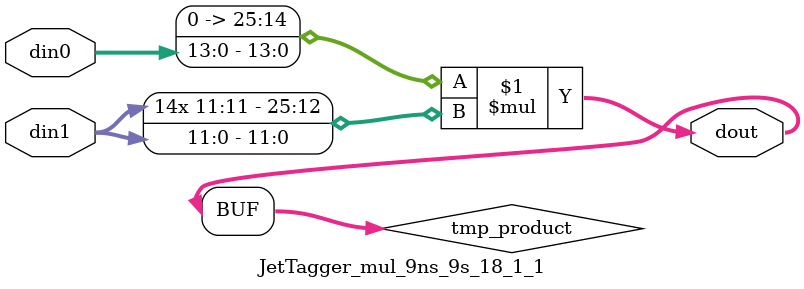
<source format=v>

`timescale 1 ns / 1 ps

  module JetTagger_mul_9ns_9s_18_1_1(din0, din1, dout);
parameter ID = 1;
parameter NUM_STAGE = 0;
parameter din0_WIDTH = 14;
parameter din1_WIDTH = 12;
parameter dout_WIDTH = 26;

input [din0_WIDTH - 1 : 0] din0; 
input [din1_WIDTH - 1 : 0] din1; 
output [dout_WIDTH - 1 : 0] dout;

wire signed [dout_WIDTH - 1 : 0] tmp_product;











assign tmp_product = $signed({1'b0, din0}) * $signed(din1);










assign dout = tmp_product;







endmodule

</source>
